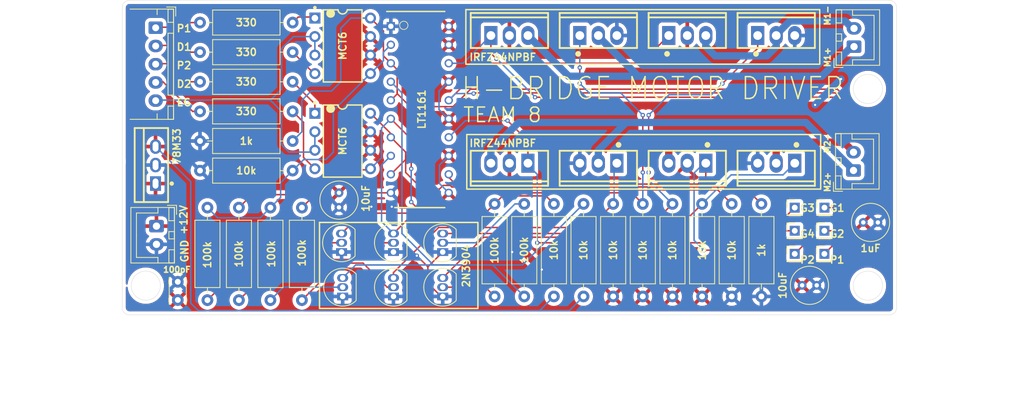
<source format=kicad_pcb>
(kicad_pcb (version 20241229) (generator "pcbnew") (generator_version "9.0")
  (layers (0 "F.Cu" signal) (2 "B.Cu" signal) (13 "F.Paste" user) (15 "B.Paste" user) (5 "F.SilkS" user "F.Silkscreen") (7 "B.SilkS" user "B.Silkscreen") (1 "F.Mask" user) (3 "B.Mask" user) (25 "Edge.Cuts" user))
  (net 0 "")
  (net 1 "+12V")
  (net 2 "+3V3")
  (net 3 "Net-(IC1-TIMER1)")
  (net 4 "Net-(IC1-INPUT_1)")
  (net 5 "Net-(IC1-TIMER_2)")
  (net 6 "Net-(IC1-TIMER_3)")
  (net 7 "Net-(IC1-INPUT_3)")
  (net 8 "Net-(IC1-TIMER_4)")
  (net 9 "Net-(IC1-GATE_3)")
  (net 10 "Net-(IC1-GATE_2)")
  (net 11 "Net-(IC1-GATE_1)")
  (net 12 "PWM_IN1")
  (net 13 "DIRECTION1")
  (net 14 "PWM_IN2")
  (net 15 "DIRECTION2")
  (net 16 "Net-(M1-+)")
  (net 17 "Net-(M1--)")
  (net 18 "Net-(M2-+)")
  (net 19 "Net-(M2--)")
  (net 20 "Net-(Q1-B)")
  (net 21 "Net-(Q3-G)")
  (net 22 "Net-(Q5-G)")
  (net 23 "Net-(Q6-B)")
  (net 24 "Net-(Q7-B)")
  (net 25 "Net-(Q8-B)")
  (net 26 "Net-(Q9-B)")
  (net 27 "Net-(Q14-G)")
  (net 28 "Net-(Q10-B)")
  (net 29 "Net-(Q10-C)")
  (net 30 "Net-(R1-Pad2)")
  (net 31 "Net-(R2-Pad2)")
  (net 32 "Net-(R11-Pad2)")
  (net 33 "Net-(R12-Pad2)")
  (net 34 "GND1")
  (net 35 "GND")
  (net 36 "Net-(IC1-GATE_4)")
  (footprint "easyeda2kicad:TO-220-3_L10.0-W4.5-P2.54-L" (layer "F.Cu") (at 90.678 17.526)
    (property "Reference" "Q4" (hide yes))
    (property "Value" "IRFZ44NPBF" (hide yes))
  )
  (footprint "Resistor_THT:R_Axial_DIN0309_L9.0mm_D3.2mm_P12.70mm_Horizontal" (layer "F.Cu") (at 36.576 32.004 180)
    (property "Reference" "R4" (hide yes))
    (property "Value" "1k")
  )
  (footprint "Package_TO_SOT_THT:TO-92_Inline" (layer "F.Cu") (at 57.15 47.244 90)
    (property "Reference" "Q7" (hide yes))
    (property "Value" "2N3904" (hide yes))
  )
  (footprint "Connector_PinHeader_2.00mm:PinHeader_1x01_P2.00mm_Vertical" (layer "F.Cu") (at 109.474 44.323)
    (property "Reference" "test_gate2" (hide yes))
    (property "Value" "Conn_01x01_Pin" (hide yes))
  )
  (footprint "Connector_PinHeader_2.00mm:PinHeader_1x01_P2.00mm_Vertical" (layer "F.Cu") (at 109.474 47.498)
    (property "Reference" "test_pwm1" (hide yes))
    (property "Value" "Conn_01x01_Pin" (hide yes))
  )
  (footprint "easyeda2kicad:TO-220-3_L10.0-W4.5-P2.54-L" (layer "F.Cu") (at 66.294 17.526)
    (property "Reference" "Q2" (hide yes))
    (property "Value" "IRFZ44NPBF" (hide yes))
  )
  (footprint "easyeda2kicad:DIP-8_L9.7-W6.6-P2.54-LS7.6-BL" (layer "F.Cu") (at 43.434 32.004 -90)
    (property "Reference" "U3" (hide yes))
    (property "Value" "MCT6")
  )
  (footprint "Capacitor_THT:C_Radial_D5.0mm_H5.0mm_P2.00mm" (layer "F.Cu") (at 114.808 43.18)
    (property "Reference" "C2" (hide yes))
    (property "Value" "1uF")
  )
  (footprint "Resistor_THT:R_Axial_DIN0309_L9.0mm_D3.2mm_P12.70mm_Horizontal" (layer "F.Cu") (at 33.528 41.148 -90)
    (property "Reference" "R6" (hide yes))
    (property "Value" "100k")
  )
  (footprint "Package_TO_SOT_THT:TO-92_Inline" (layer "F.Cu") (at 50.398 53.34 90)
    (property "Reference" "Q10" (hide yes))
    (property "Value" "2N3904" (hide yes))
  )
  (footprint "easyeda2kicad:TO-220-3_L10.0-W4.5-P2.54-L" (layer "F.Cu") (at 78.486 35.052 180)
    (property "Reference" "Q12" (hide yes))
    (property "Value" "IRFZ44NPBF" (hide yes))
  )
  (footprint "Connector_JST:JST_XH_B2B-XH-A_1x02_P2.50mm_Vertical" (layer "F.Cu") (at 17.907 43.688 -90)
    (property "Reference" "BT1" (hide yes))
    (property "Value" "Battery")
  )
  (footprint "Capacitor_THT:C_Disc_D3.4mm_W2.1mm_P2.50mm" (layer "F.Cu") (at 20.828 53.828 90)
    (property "Reference" "C6" (hide yes))
    (property "Value" "100pF")
  )
  (footprint "Connector_JST:JST_XH_B2B-XH-A_1x02_P2.50mm_Vertical" (layer "F.Cu") (at 113.466 36.048 90)
    (property "Reference" "M2" (hide yes))
    (property "Value" "Motor_DC")
  )
  (footprint "Resistor_THT:R_Axial_DIN0309_L9.0mm_D3.2mm_P12.70mm_Horizontal" (layer "F.Cu") (at 80.518 53.34 90)
    (property "Reference" "R20" (hide yes))
    (property "Value" "10k")
  )
  (footprint "easyeda2kicad:TO-220-3_L10.0-W4.5-P2.54-L" (layer "F.Cu") (at 90.678 35.052 180)
    (property "Reference" "Q13" (hide yes))
    (property "Value" "IRFZ44NPBF" (hide yes))
  )
  (footprint "Resistor_THT:R_Axial_DIN0309_L9.0mm_D3.2mm_P12.70mm_Horizontal" (layer "F.Cu") (at 84.582 53.34 90)
    (property "Reference" "R10" (hide yes))
    (property "Value" "10k")
  )
  (footprint "Resistor_THT:R_Axial_DIN0309_L9.0mm_D3.2mm_P12.70mm_Horizontal" (layer "F.Cu") (at 64.262 40.64 -90)
    (property "Reference" "R17" (hide yes))
    (property "Value" "100k")
  )
  (footprint "Resistor_THT:R_Axial_DIN0309_L9.0mm_D3.2mm_P12.70mm_Horizontal" (layer "F.Cu") (at 23.876 27.94)
    (property "Reference" "R11" (hide yes))
    (property "Value" "330")
  )
  (footprint "Resistor_THT:R_Axial_DIN0309_L9.0mm_D3.2mm_P12.70mm_Horizontal" (layer "F.Cu") (at 23.876 36.068)
    (property "Reference" "R3" (hide yes))
    (property "Value" "10k")
  )
  (footprint "Resistor_THT:R_Axial_DIN0309_L9.0mm_D3.2mm_P12.70mm_Horizontal" (layer "F.Cu") (at 100.838 40.64 -90)
    (property "Reference" "R14" (hide yes))
    (property "Value" "1k")
  )
  (footprint "Connector_PinHeader_2.00mm:PinHeader_1x01_P2.00mm_Vertical" (layer "F.Cu") (at 109.488 41.148)
    (property "Reference" "test_gate1" (hide yes))
    (property "Value" "Conn_01x01_Pin" (hide yes))
  )
  (footprint "easyeda2kicad:TO-220-3_L10.0-W4.5-P2.54-L" (layer "F.Cu") (at 102.87 17.526)
    (property "Reference" "Q5" (hide yes))
    (property "Value" "IRFZ44NPBF" (hide yes))
  )
  (footprint "easyeda2kicad:TO-220-3_L10.0-W4.5-P2.54-L" (layer "F.Cu") (at 78.486 17.526)
    (property "Reference" "Q3" (hide yes))
    (property "Value" "IRFZ44NPBF" (hide yes))
  )
  (footprint "Capacitor_THT:C_Radial_D5.0mm_H5.0mm_P2.00mm" (layer "F.Cu") (at 42.926 39.116 -90)
    (property "Reference" "C1" (hide yes))
    (property "Value" "10uF")
  )
  (footprint "Resistor_THT:R_Axial_DIN0309_L9.0mm_D3.2mm_P12.70mm_Horizontal" (layer "F.Cu") (at 68.326 53.34 90)
    (property "Reference" "R8" (hide yes))
    (property "Value" "100k")
  )
  (footprint "Resistor_THT:R_Axial_DIN0309_L9.0mm_D3.2mm_P12.70mm_Horizontal" (layer "F.Cu") (at 23.876 15.748)
    (property "Reference" "R2" (hide yes))
    (property "Value" "330")
  )
  (footprint "Resistor_THT:R_Axial_DIN0309_L9.0mm_D3.2mm_P12.70mm_Horizontal" (layer "F.Cu") (at 29.21 41.148 -90)
    (property "Reference" "R15" (hide yes))
    (property "Value" "100k")
  )
  (footprint "Connector_PinHeader_2.00mm:PinHeader_1x01_P2.00mm_Vertical" (layer "F.Cu") (at 105.41 41.148)
    (property "Reference" "test_gate3" (hide yes))
    (property "Value" "Conn_01x01_Pin" (hide yes))
  )
  (footprint "Capacitor_THT:C_Radial_D5.0mm_H5.0mm_P2.00mm" (layer "F.Cu") (at 106.426 51.816)
    (property "Reference" "C3" (hide yes))
    (property "Value" "10uF")
  )
  (footprint "easyeda2kicad:TO-220-3_L10.0-W4.5-P2.54-L" (layer "F.Cu") (at 66.294 35.052 180)
    (property "Reference" "Q11" (hide yes))
    (property "Value" "IRFZ44NPBF" (hide yes))
  )
  (footprint "Resistor_THT:R_Axial_DIN0309_L9.0mm_D3.2mm_P12.70mm_Horizontal" (layer "F.Cu") (at 23.876 23.876)
    (property "Reference" "R12" (hide yes))
    (property "Value" "330")
  )
  (footprint "Package_TO_SOT_THT:TO-92_Inline" (layer "F.Cu") (at 57.15 53.34 90)
    (property "Reference" "Q9" (hide yes))
    (property "Value" "2N3904" (hide yes))
  )
  (footprint "Connector_PinHeader_2.00mm:PinHeader_1x01_P2.00mm_Vertical" (layer "F.Cu") (at 105.41 44.323)
    (property "Reference" "test_gate4" (hide yes))
    (property "Value" "Conn_01x01_Pin" (hide yes))
  )
  (footprint "Resistor_THT:R_Axial_DIN0309_L9.0mm_D3.2mm_P12.70mm_Horizontal" (layer "F.Cu") (at 72.39 53.34 90)
    (property "Reference" "R16" (hide yes))
    (property "Value" "10k")
  )
  (footprint "easyeda2kicad:TO-220-3_L10.0-W4.5-P2.54-L" (layer "F.Cu") (at 102.87 35.052 180)
    (property "Reference" "Q14" (hide yes))
    (property "Value" "IRFZ44NPBF" (hide yes))
  )
  (footprint "Connector_JST:JST_XH_B5B-XH-A_1x05_P2.50mm_Vertical" (layer "F.Cu") (at 17.797 16.463 -90)
    (property "Reference" "J2" (hide yes))
    (property "Value" "Conn_01x05_Socket")
  )
  (footprint "easyeda2kicad:TO-220-3_L10.2-W4.6-P2.54-L" (layer "F.Cu") (at 17.78 35.306 90)
    (property "Reference" "U2" (hide yes))
    (property "Value" "78M33")
  )
  (footprint "Resistor_THT:R_Axial_DIN0309_L9.0mm_D3.2mm_P12.70mm_Horizontal" (layer "F.Cu") (at 37.846 41.148 -90)
    (property "Reference" "R18" (hide yes))
    (property "Value" "100k")
  )
  (footprint "Resistor_THT:R_Axial_DIN0309_L9.0mm_D3.2mm_P12.70mm_Horizontal" (layer "F.Cu") (at 23.876 19.812)
    (property "Reference" "R1" (hide yes))
    (property "Value" "330")
  )
  (footprint "Connector_JST:JST_XH_B2B-XH-A_1x02_P2.50mm_Vertical" (layer "F.Cu") (at 113.538 19.05 90)
    (property "Reference" "M1" (hide yes))
    (property "Value" "Motor_DC")
  )
  (footprint "Resistor_THT:R_Axial_DIN0309_L9.0mm_D3.2mm_P12.70mm_Horizontal" (layer "F.Cu") (at 92.71 53.34 90)
    (property "Reference" "R19" (hide yes))
    (property "Value" "10k")
  )
  (footprint "Package_TO_SOT_THT:TO-92_Inline" (layer "F.Cu") (at 43.286 47.244 90)
    (property "Reference" "Q6" (hide yes))
    (property "Value" "2N3904" (hide yes))
  )
  (footprint "Package_TO_SOT_THT:TO-92_Inline" (layer "F.Cu") (at 50.398 47.244 90)
    (property "Reference" "Q8" (hide yes))
    (property "Value" "2N3904" (hide yes))
  )
  (footprint "Resistor_THT:R_Axial_DIN0309_L9.0mm_D3.2mm_P12.70mm_Horizontal" (layer "F.Cu") (at 76.454 53.34 90)
    (property "Reference" "R5" (hide yes))
    (property "Value" "10k")
  )
  (footprint "Resistor_THT:R_Axial_DIN0309_L9.0mm_D3.2mm_P12.70mm_Horizontal" (layer "F.Cu") (at 88.646 53.34 90)
    (property "Reference" "R9" (hide yes))
    (property "Value" "10k")
  )
  (footprint "Package_TO_SOT_THT:TO-92_Inline" (layer "F.Cu") (at 43.434 53.34 90)
    (property "Reference" "Q1" (hide yes))
    (property "Value" "2N3904" (hide yes))
  )
  (footprint "Resistor_THT:R_Axial_DIN0309_L9.0mm_D3.2mm_P12.70mm_Horizontal" (layer "F.Cu") (at 24.892 41.148 -90)
    (property "Reference" "R7" (hide yes))
    (property "Value" "100k")
  )
  (footprint "easyeda2kicad:DIP-8_L9.7-W6.6-P2.54-LS7.6-BL" (layer "F.Cu") (at 43.434 18.942 -90)
    (property "Reference" "U1" (hide yes))
    (property "Value" "MCT6")
  )
  (footprint "SamacSys_Parts:DIP794W53P254L2692H419Q20N" (layer "F.Cu") (at 54.007 27.686)
    (property "Reference" "IC1" (hide yes))
    (property "Value" "LT1161IN#PBF" (hide yes))
  )
  (footprint "Connector_PinHeader_2.00mm:PinHeader_1x01_P2.00mm_Vertical" (layer "F.Cu") (at 105.41 47.498)
    (property "Reference" "test_pwm2" (hide yes))
    (property "Value" "Conn_01x01_Pin" (hide yes))
  )
  (footprint "Resistor_THT:R_Axial_DIN0309_L9.0mm_D3.2mm_P12.70mm_Horizontal" (layer "F.Cu") (at 96.774 53.34 90)
    (property "Reference" "R13" (hide yes))
    (property "Value" "10k")
  )
  (gr_rect (start 60.325 13.97) (end 108.839 21.463) (stroke (width 0.2)) (fill no) (layer "F.SilkS"))
  (gr_rect (start 40.259 43.18) (end 61.976 54.991) (stroke (width 0.2)) (fill no) (layer "F.SilkS"))
  (gr_circle (center 51.816 16.129) (end 52.324 15.875) (stroke (width 0.1)) (fill no) (layer "F.SilkS"))
  (gr_rect (start 60.452 31.115) (end 108.966 38.608) (stroke (width 0.2)) (fill no) (layer "F.SilkS"))
  (gr_arc (start 13.208 13.7) (mid 13.500893 12.992893) (end 14.208 12.7) (stroke (width 0.05)) (layer "Edge.Cuts"))
  (gr_line (start 14.208 12.7) (end 118.38 12.7) (stroke (width 0.05)) (layer "Edge.Cuts"))
  (gr_arc (start 119.38 54.88) (mid 119.087107 55.587107) (end 118.38 55.88) (stroke (width 0.05)) (layer "Edge.Cuts"))
  (gr_circle (center 115.443 51.86) (end 117.443 51.86) (stroke (width 0.05)) (fill no) (layer "Edge.Cuts"))
  (gr_line (start 118.38 55.88) (end 14.208 55.88) (stroke (width 0.05)) (layer "Edge.Cuts"))
  (gr_arc (start 14.208 55.88) (mid 13.500893 55.587107) (end 13.208 54.88) (stroke (width 0.05)) (layer "Edge.Cuts"))
  (gr_line (start 119.38 13.7) (end 119.38 54.88) (stroke (width 0.05)) (layer "Edge.Cuts"))
  (gr_circle (center 16.443 51.86) (end 18.443 51.86) (stroke (width 0.05)) (fill no) (layer "Edge.Cuts"))
  (gr_arc (start 118.38 12.7) (mid 119.087107 12.992893) (end 119.38 13.7) (stroke (width 0.05)) (layer "Edge.Cuts"))
  (gr_line (start 13.208 54.88) (end 13.208 13.7) (stroke (width 0.05)) (layer "Edge.Cuts"))
  (gr_circle (center 115.443 24.86) (end 117.443 24.86) (stroke (width 0.05)) (fill no) (layer "Edge.Cuts"))
  (gr_text "M1+" (at 110.363 21.971 90) (layer "F.SilkS") (effects (font (size 0.8 0.8) (thickness 0.2) (bold yes)) (justify left bottom)))
  (gr_text "G1" (at 110.123 41.783 0) (layer "F.SilkS") (effects (font (size 1 1) (thickness 0.2) (bold yes)) (justify left bottom)))
  (gr_text "M2+" (at 110.363 39.116 90) (layer "F.SilkS") (effects (font (size 0.8 0.8) (thickness 0.2) (bold yes)) (justify left bottom)))
  (gr_text "D2\n" (at 20.574 24.765 0) (layer "F.SilkS") (effects (font (size 1 1) (thickness 0.2) (bold yes)) (justify left bottom)))
  (gr_text "G3" (at 106.045 41.783 0) (layer "F.SilkS") (effects (font (size 1 1) (thickness 0.2) (bold yes)) (justify left bottom)))
  (gr_text "P1\n" (at 20.574 17.145 0) (layer "F.SilkS") (effects (font (size 1 1) (thickness 0.2) (bold yes)) (justify left bottom)))
  (gr_text "D1\n" (at 20.574 19.685 0) (layer "F.SilkS") (effects (font (size 1 1) (thickness 0.2) (bold yes)) (justify left bottom)))
  (gr_text "IRFZ44NPBF\n" (at 60.706 21.082 0) (layer "F.SilkS") (effects (font (size 1 1) (thickness 0.2) (bold yes)) (justify left bottom)))
  (gr_text "P1" (at 110.109 48.895 0) (layer "F.SilkS") (effects (font (size 1 1) (thickness 0.2) (bold yes)) (justify left bottom)))
  (gr_text "TEAM 8" (at 59.817 29.591 0) (layer "F.SilkS") (effects (font (size 2 2) (thickness 0.2) (bold yes)) (justify left bottom)))
  (gr_text "G4" (at 106.045 45.339 0) (layer "F.SilkS") (effects (font (size 1 1) (thickness 0.2) (bold yes)) (justify left bottom)))
  (gr_text "EG" (at 20.574 27.305 0) (layer "F.SilkS") (effects (font (size 1 1) (thickness 0.2) (bold yes)) (justify left bottom)))
  (gr_text "2N3904" (at 60.96 52.197 90) (layer "F.SilkS") (effects (font (size 1 1) (thickness 0.2) (bold yes)) (justify left bottom)))
  (gr_text "P2\n" (at 20.574 22.225 0) (layer "F.SilkS") (effects (font (size 1 1) (thickness 0.2) (bold yes)) (justify left bottom)))
  (gr_text "GND\n" (at 22.352 48.768 90) (layer "F.SilkS") (effects (font (size 1 1) (thickness 0.2) (bold yes)) (justify left bottom)))
  (gr_text "+12V\n" (at 22.225 44.958 90) (layer "F.SilkS") (effects (font (size 1 1) (thickness 0.2) (bold yes)) (justify left bottom)))
  (gr_text "G2" (at 110.109 45.339 0) (layer "F.SilkS") (effects (font (size 1 1) (thickness 0.2) (bold yes)) (justify left bottom)))
  (gr_text "M1-" (at 110.363 16.256 90) (layer "F.SilkS") (effects (font (size 0.8 0.8) (thickness 0.2) (bold yes)) (justify left bottom)))
  (gr_text "IRFZ44NPBF\n" (at 60.706 32.893 0) (layer "F.SilkS") (effects (font (size 1 1) (thickness 0.2) (bold yes)) (justify left bottom)))
  (gr_text "P2" (at 106.045 48.895 0) (layer "F.SilkS") (effects (font (size 1 1) (thickness 0.2) (bold yes)) (justify left bottom)))
  (gr_text "LT1161" (at 54.864 30.48 90) (layer "F.SilkS") (effects (font (size 1 1) (thickness 0.2) (bold yes)) (justify left bottom)))
  (gr_text "M2-" (at 110.363 33.782 90) (layer "F.SilkS") (effects (font (size 0.8 0.8) (thickness 0.2) (bold yes)) (justify left bottom)))
  (gr_text "H-BRIDGE MOTOR DRIVER" (at 59.563 26.543 0) (layer "F.SilkS") (effects (font (size 3 2.7) (thickness 0.2) (bold yes)) (justify left bottom)))
  (segment (start 20.828 53.828) (end 22.28 55.28) (width 0.2) (layer "F.Cu") (net 1))
  (segment (start 22.28 55.28) (end 78.578 55.28) (width 0.2) (layer "F.Cu") (net 1))
  (segment (start 78.578 55.28) (end 80.518 53.34) (width 0.2) (layer "F.Cu") (net 1))
  (segment (start 90.424 35.56) (end 91.948 37.084) (width 0.4) (layer "F.Cu") (net 1))
  (segment (start 90.424 35.052) (end 90.424 35.56) (width 0.4) (layer "F.Cu") (net 1))
  (via (at 111.76 23.495) (size 0.6) (drill 0.3) (layers "F.Cu" "B.Cu") (net 1))
  (via (at 108.204 27.051) (size 0.6) (drill 0.3) (layers "F.Cu" "B.Cu") (net 1))
  (segment (start 56.7095 37.8495) (end 57.976 39.116) (width 0.2) (layer "B.Cu") (net 1))
  (segment (start 57.9085 28.956) (end 56.642 27.6895) (width 0.2) (layer "B.Cu") (net 1))
  (segment (start 56.642 27.6895) (end 56.642 25.1425) (width 0.2) (layer "B.Cu") (net 1))
  (segment (start 56.7095 35.3025) (end 56.7095 37.8495) (width 0.2) (layer "B.Cu") (net 1))
  (segment (start 57.976 34.036) (end 56.7095 35.3025) (width 0.2) (layer "B.Cu") (net 1))
  (segment (start 108.204 27.051) (end 111.76 23.495) (width 1) (layer "B.Cu") (net 1))
  (segment (start 56.642 25.1425) (end 57.9085 23.876) (width 0.2) (layer "B.Cu") (net 1))
  (segment (start 17.78 32.766) (end 22.606 37.592) (width 0.2) (layer "B.Cu") (net 2))
  (segment (start 74.514 55.28) (end 70.45 55.28) (width 0.2) (layer "B.Cu") (net 2))
  (segment (start 76.454 53.34) (end 74.514 55.28) (width 0.2) (layer "B.Cu") (net 2))
  (segment (start 22.606 54.264) (end 23.622 55.28) (width 0.2) (layer "B.Cu") (net 2))
  (segment (start 70.45 55.28) (end 23.622 55.28) (width 0.2) (layer "B.Cu") (net 2))
  (segment (start 72.39 53.34) (end 70.45 55.28) (width 0.2) (layer "B.Cu") (net 2))
  (segment (start 22.606 37.592) (end 22.606 54.264) (width 0.2) (layer "B.Cu") (net 2))
  (segment (start 24.892 41.148) (end 26.289 42.545) (width 0.2) (layer "B.Cu") (net 3))
  (segment (start 50.038 18.796) (end 49.022 19.812) (width 0.2) (layer "B.Cu") (net 3))
  (segment (start 42.164 27.832) (end 47.244 22.752) (width 0.2) (layer "B.Cu") (net 3))
  (segment (start 26.289 42.545) (end 32.131 42.545) (width 0.2) (layer "B.Cu") (net 3))
  (segment (start 41.148 34.544) (end 42.164 33.528) (width 0.2) (layer "B.Cu") (net 3))
  (segment (start 42.164 33.528) (end 42.164 27.832) (width 0.2) (layer "B.Cu") (net 3))
  (segment (start 34.925 39.751) (end 34.925 37.719) (width 0.2) (layer "B.Cu") (net 3))
  (segment (start 32.131 42.545) (end 33.528 41.148) (width 0.2) (layer "B.Cu") (net 3))
  (segment (start 38.1 34.544) (end 41.148 34.544) (width 0.2) (layer "B.Cu") (net 3))
  (segment (start 36.576 36.068) (end 38.1 34.544) (width 0.2) (layer "B.Cu") (net 3))
  (segment (start 34.925 37.719) (end 36.576 36.068) (width 0.2) (layer "B.Cu") (net 3))
  (segment (start 49.022 19.812) (end 49.022 20.974) (width 0.2) (layer "B.Cu") (net 3))
  (segment (start 49.022 20.974) (end 47.244 22.752) (width 0.2) (layer "B.Cu") (net 3))
  (segment (start 33.528 41.148) (end 34.925 39.751) (width 0.2) (layer "B.Cu") (net 3))
  (segment (start 47.244 15.132) (end 49.022 16.91) (width 0.2) (layer "F.Cu") (net 4))
  (segment (start 50.9045 25.146) (end 50.9045 25.5495) (width 0.2) (layer "F.Cu") (net 4))
  (segment (start 52.6825 27.2825) (end 50.9045 25.5045) (width 0.2) (layer "F.Cu") (net 4))
  (segment (start 116.078 29.718) (end 111.252 24.892) (width 0.2) (layer "F.Cu") (net 4))
  (segment (start 110.744 45.466) (end 116.078 40.132) (width 0.2) (layer "F.Cu") (net 4))
  (segment (start 58.5695 27.2825) (end 52.6825 27.2825) (width 0.2) (layer "F.Cu") (net 4))
  (segment (start 109.474 47.498) (end 110.744 46.228) (width 0.2) (layer "F.Cu") (net 4))
  (segment (start 116.078 40.132) (end 116.078 29.718) (width 0.2) (layer "F.Cu") (net 4))
  (segment (start 60.96 24.892) (end 58.5695 27.2825) (width 0.2) (layer "F.Cu") (net 4))
  (segment (start 110.744 46.228) (end 110.744 45.466) (width 0.2) (layer "F.Cu") (net 4))
  (segment (start 50.9045 22.2025) (end 50.9045 25.146) (width 0.2) (layer "F.Cu") (net 4))
  (segment (start 111.252 24.892) (end 60.96 24.892) (width 0.2) (layer "F.Cu") (net 4))
  (segment (start 50.038 21.336) (end 50.9045 22.2025) (width 0.2) (layer "F.Cu") (net 4))
  (segment (start 49.022 16.91) (end 49.022 20.32) (width 0.2) (layer "F.Cu") (net 4))
  (segment (start 50.9045 25.5495) (end 50.038 26.416) (width 0.2) (layer "F.Cu") (net 4))
  (segment (start 49.022 20.32) (end 50.038 21.336) (width 0.2) (layer "F.Cu") (net 4))
  (segment (start 50.9045 25.5045) (end 50.9045 25.146) (width 0.2) (layer "F.Cu") (net 4))
  (segment (start 37.846 26.416) (end 39.116 25.146) (width 0.2) (layer "B.Cu") (net 4))
  (segment (start 36.576 32.004) (end 37.846 30.734) (width 0.2) (layer "B.Cu") (net 4))
  (segment (start 41.91 25.146) (end 43.18 23.876) (width 0.2) (layer "B.Cu") (net 4))
  (segment (start 43.18 23.876) (end 43.18 16.51) (width 0.2) (layer "B.Cu") (net 4))
  (segment (start 37.846 30.734) (end 37.846 26.416) (width 0.2) (layer "B.Cu") (net 4))
  (segment (start 44.558 15.132) (end 47.244 15.132) (width 0.2) (layer "B.Cu") (net 4))
  (segment (start 43.18 16.51) (end 44.558 15.132) (width 0.2) (layer "B.Cu") (net 4))
  (segment (start 39.116 25.146) (end 41.91 25.146) (width 0.2) (layer "B.Cu") (net 4))
  (segment (start 50.038 23.876) (end 51.562 25.4) (width 0.2) (layer "B.Cu") (net 5))
  (segment (start 64.008 49.022) (end 68.326 53.34) (width 0.2) (layer "B.Cu") (net 5))
  (segment (start 51.562 25.4) (end 51.562 44.704) (width 0.2) (layer "B.Cu") (net 5))
  (segment (start 43.434 50.8) (end 45.212 49.022) (width 0.2) (layer "B.Cu") (net 5))
  (segment (start 63.5 49.022) (end 64.008 49.022) (width 0.2) (layer "B.Cu") (net 5))
  (segment (start 45.212 49.022) (end 57.912 49.022) (width 0.2) (layer "B.Cu") (net 5))
  (segment (start 68.072 49.022) (end 63.5 49.022) (width 0.2) (layer "B.Cu") (net 5))
  (segment (start 57.912 49.022) (end 63.5 49.022) (width 0.2) (layer "B.Cu") (net 5))
  (segment (start 55.88 49.022) (end 57.912 49.022) (width 0.2) (layer "B.Cu") (net 5))
  (segment (start 76.454 40.64) (end 68.072 49.022) (width 0.2) (layer "B.Cu") (net 5))
  (segment (start 51.562 44.704) (end 55.88 49.022) (width 0.2) (layer "B.Cu") (net 5))
  (segment (start 47.098 35.96) (end 47.244 35.814) (width 0.2) (layer "F.Cu") (net 6))
  (segment (start 43.034 35.96) (end 47.098 35.96) (width 0.2) (layer "F.Cu") (net 6))
  (segment (start 29.21 41.148) (end 30.988 39.37) (width 0.2) (layer "F.Cu") (net 6))
  (segment (start 94.85 38.716) (end 96.774 40.64) (width 0.2) (layer "F.Cu") (net 6))
  (segment (start 52.832 40.386) (end 53.594 41.148) (width 0.2) (layer "F.Cu") (net 6))
  (segment (start 59.182 41.148) (end 61.614 38.716) (width 0.2) (layer "F.Cu") (net 6))
  (segment (start 61.614 38.716) (end 94.85 38.716) (width 0.2) (layer "F.Cu") (net 6))
  (segment (start 37.846 41.148) (end 39.624 39.37) (width 0.2) (layer "F.Cu") (net 6))
  (segment (start 53.594 41.148) (end 59.182 41.148) (width 0.2) (layer "F.Cu") (net 6))
  (segment (start 39.624 39.37) (end 43.034 35.96) (width 0.2) (layer "F.Cu") (net 6))
  (segment (start 30.988 39.37) (end 39.624 39.37) (width 0.2) (layer "F.Cu") (net 6))
  (segment (start 50.038 28.956) (end 52.832 31.75) (width 0.2) (layer "F.Cu") (net 6))
  (segment (start 52.832 31.75) (end 52.832 35.814) (width 0.2) (layer "F.Cu") (net 6))
  (via (at 52.832 40.386) (size 0.6) (drill 0.3) (layers "F.Cu" "B.Cu") (net 6))
  (via (at 52.832 35.814) (size 0.6) (drill 0.3) (layers "F.Cu" "B.Cu") (net 6))
  (segment (start 50.038 28.956) (end 48.768 30.226) (width 0.2) (layer "B.Cu") (net 6))
  (segment (start 52.832 35.814) (end 52.832 40.386) (width 0.2) (layer "B.Cu") (net 6))
  (segment (start 48.768 30.226) (end 48.768 34.29) (width 0.2) (layer "B.Cu") (net 6))
  (segment (start 48.768 34.29) (end 47.098 35.96) (width 0.2) (layer "B.Cu") (net 6))
  (segment (start 50.038 31.496) (end 52.07 33.528) (width 0.2) (layer "F.Cu") (net 7))
  (segment (start 58.185417 38.1) (end 57.204292 38.1) (width 0.2) (layer "F.Cu") (net 7))
  (segment (start 54.356 38.608) (end 52.07 36.322) (width 0.2) (layer "F.Cu") (net 7))
  (segment (start 107.696 39.878) (end 107.696 45.212) (width 0.2) (layer "F.Cu") (net 7))
  (segment (start 98.552 38.354) (end 98.552 38.316) (width 0.2) (layer "F.Cu") (net 7))
  (segment (start 50.038 30.988) (end 50.038 31.496) (width 0.2) (layer "F.Cu") (net 7))
  (segment (start 98.552 38.316) (end 58.401417 38.316) (width 0.2) (layer "F.Cu") (net 7))
  (segment (start 47.244 28.194) (end 50.038 30.988) (width 0.2) (layer "F.Cu") (net 7))
  (segment (start 52.07 36.322) (end 52.07 34.036) (width 0.2) (layer "F.Cu") (net 7))
  (segment (start 100.838 40.64) (end 101.092 40.64) (width 0.2) (layer "F.Cu") (net 7))
  (segment (start 56.696292 38.608) (end 54.356 38.608) (width 0.2) (layer "F.Cu") (net 7))
  (segment (start 52.07 33.528) (end 52.07 34.036) (width 0.2) (layer "F.Cu") (net 7))
  (segment (start 57.204292 38.1) (end 56.696292 38.608) (width 0.2) (layer "F.Cu") (net 7))
  (segment (start 52.07 34.544) (end 52.07 34.036) (width 0.2) (layer "F.Cu") (net 7))
  (segment (start 58.401417 38.316) (end 58.185417 38.1) (width 0.2) (layer "F.Cu") (net 7))
  (segment (start 106.134 38.316) (end 98.552 38.316) (width 0.2) (layer "F.Cu") (net 7))
  (segment (start 107.696 39.878) (end 106.134 38.316) (width 0.2) (layer "F.Cu") (net 7))
  (segment (start 100.838 40.64) (end 98.552 38.354) (width 0.2) (layer "F.Cu") (net 7))
  (segment (start 107.696 45.212) (end 105.41 47.498) (width 0.2) (layer "F.Cu") (net 7))
  (segment (start 50.038 36.576) (end 52.07 34.544) (width 0.2) (layer "F.Cu") (net 7))
  (segment (start 71.29 39.54) (end 72.39 40.64) (width 0.2) (layer "F.Cu") (net 8))
  (segment (start 52.792 42.31) (end 62.592 42.31) (width 0.2) (layer "F.Cu") (net 8))
  (segment (start 50.398 44.704) (end 52.792 42.31) (width 0.2) (layer "F.Cu") (net 8))
  (segment (start 65.362 39.54) (end 71.29 39.54) (width 0.2) (layer "F.Cu") (net 8))
  (segment (start 64.262 40.64) (end 65.362 39.54) (width 0.2) (layer "F.Cu") (net 8))
  (segment (start 62.592 42.31) (end 64.262 40.64) (width 0.2) (layer "F.Cu") (net 8))
  (segment (start 50.038 34.036) (end 48.768 35.306) (width 0.2) (layer "B.Cu") (net 8))
  (segment (start 48.768 35.306) (end 48.768 43.074) (width 0.2) (layer "B.Cu") (net 8))
  (segment (start 48.768 43.074) (end 50.398 44.704) (width 0.2) (layer "B.Cu") (net 8))
  (segment (start 68.834 34.798) (end 68.834 32.004) (width 0.2) (layer "F.Cu") (net 9))
  (segment (start 70.104 45.974) (end 100.584 45.974) (width 0.2) (layer "F.Cu") (net 9))
  (segment (start 100.584 45.974) (end 105.41 41.148) (width 0.2) (layer "F.Cu") (net 9))
  (segment (start 68.834 32.004) (end 66.04 29.21) (width 0.2) (layer "F.Cu") (net 9))
  (via (at 66.04 29.21) (size 0.6) (drill 0.3) (layers "F.Cu" "B.Cu") (net 9))
  (via (at 70.104 45.974) (size 0.6) (drill 0.3) (layers "F.Cu" "B.Cu") (net 9))
  (segment (start 60.262 29.21) (end 57.976 31.496) (width 0.2) (layer "B.Cu") (net 9))
  (segment (start 70.104 45.974) (end 70.104 36.576) (width 0.2) (layer "B.Cu") (net 9))
  (segment (start 66.04 29.21) (end 60.262 29.21) (width 0.2) (layer "B.Cu") (net 9))
  (segment (start 70.104 36.576) (end 68.58 35.052) (width 0.2) (layer "B.Cu") (net 9))
  (segment (start 61.384265 25.492) (end 61.476265 25.4) (width 0.2) (layer "F.Cu") (net 10))
  (segment (start 115.57 39.878) (end 111.125 44.323) (width 0.2) (layer "F.Cu") (net 10))
  (segment (start 57.976 26.416) (end 63.056 21.336) (width 0.2) (layer "F.Cu") (net 10))
  (segment (start 111.125 44.323) (end 109.474 44.323) (width 0.2) (layer "F.Cu") (net 10))
  (segment (start 61.476265 25.4) (end 110.998 25.4) (width 0.2) (layer "F.Cu") (net 10))
  (segment (start 84.582 21.082) (end 88.138 17.526) (width 0.2) (layer "F.Cu") (net 10))
  (segment (start 110.998 25.4) (end 115.57 29.972) (width 0.2) (layer "F.Cu") (net 10))
  (segment (start 63.056 21.336) (end 84.328 21.336) (width 0.2) (layer "F.Cu") (net 10))
  (segment (start 115.57 29.972) (end 115.57 39.878) (width 0.2) (layer "F.Cu") (net 10))
  (segment (start 84.328 21.336) (end 84.582 21.082) (width 0.2) (layer "F.Cu") (net 10))
  (via (at 61.384265 25.492) (size 0.6) (drill 0.3) (layers "F.Cu" "B.Cu") (net 10))
  (segment (start 58.9 25.492) (end 57.976 26.416) (width 0.2) (layer "B.Cu") (net 10))
  (segment (start 61.384265 25.492) (end 58.9 25.492) (width 0.2) (layer "B.Cu") (net 10))
  (segment (start 69.804 26) (end 110.836 26) (width 0.2) (layer "F.Cu") (net 11))
  (segment (start 115.17 30.334) (end 115.17 39.516) (width 0.2) (layer "F.Cu") (net 11))
  (segment (start 63.754 19.974) (end 64.516 20.736) (width 0.2) (layer "F.Cu") (net 11))
  (segment (start 63.754 17.526) (end 63.754 19.974) (width 0.2) (layer "F.Cu") (net 11))
  (segment (start 110.836 26) (end 115.17 30.334) (width 0.2) (layer "F.Cu") (net 11))
  (segment (start 115.17 39.516) (end 113.538 41.148) (width 0.2) (layer "F.Cu") (net 11))
  (segment (start 113.538 41.148) (end 109.488 41.148) (width 0.2) (layer "F.Cu") (net 11))
  (via (at 64.516 20.736) (size 0.6) (drill 0.3) (layers "F.Cu" "B.Cu") (net 11))
  (via (at 69.804 26) (size 0.6) (drill 0.3) (layers "F.Cu" "B.Cu") (net 11))
  (segment (start 59.944 21.336) (end 63.754 17.526) (width 0.2) (layer "B.Cu") (net 11))
  (segment (start 69.804 26) (end 69.804 25.954) (width 0.2) (layer "B.Cu") (net 11))
  (segment (start 57.976 21.336) (end 59.944 21.336) (width 0.2) (layer "B.Cu") (net 11))
  (segment (start 64.586 20.736) (end 64.516 20.736) (width 0.2) (layer "B.Cu") (net 11))
  (segment (start 69.804 25.954) (end 64.586 20.736) (width 0.2) (layer "B.Cu") (net 11))
  (segment (start 17.509 16.386) (end 20.19 16.386) (width 0.2) (layer "F.Cu") (net 12))
  (segment (start 20.19 16.386) (end 20.828 15.748) (width 0.2) (layer "F.Cu") (net 12))
  (segment (start 20.828 15.748) (end 23.876 15.748) (width 0.2) (layer "F.Cu") (net 12))
  (segment (start 17.509 18.886) (end 20.156 18.886) (width 0.2) (layer "F.Cu") (net 13))
  (segment (start 20.156 18.886) (end 21.082 19.812) (width 0.2) (layer "F.Cu") (net 13))
  (segment (start 21.082 19.812) (end 23.876 19.812) (width 0.2) (layer "F.Cu") (net 13))
  (segment (start 21.844 23.876) (end 23.876 23.876) (width 0.2) (layer "F.Cu") (net 14))
  (segment (start 19.354 21.386) (end 21.844 23.876) (width 0.2) (layer "F.Cu") (net 14))
  (segment (start 17.509 21.386) (end 19.354 21.386) (width 0.2) (layer "F.Cu") (net 14))
  (segment (start 18.806 23.886) (end 22.86 27.94) (width 0.2) (layer "F.Cu") (net 15))
  (segment (start 17.509 23.886) (end 18.806 23.886) (width 0.2) (layer "F.Cu") (net 15))
  (segment (start 22.86 27.94) (end 23.876 27.94) (width 0.2) (layer "F.Cu") (net 15))
  (segment (start 83.951258 23.114) (end 86.868 23.114) (width 1) (layer "B.Cu") (net 16))
  (segment (start 109.128 23.114) (end 113.212 19.03) (width 1) (layer "B.Cu") (net 16))
  (segment (start 78.486 17.526) (end 78.486 17.648742) (width 1) (layer "B.Cu") (net 16))
  (segment (start 78.486 17.648742) (end 83.951258 23.114) (width 1) (layer "B.Cu") (net 16))
  (segment (start 74.422 23.114) (end 86.868 23.114) (width 1) (layer "B.Cu") (net 16))
  (segment (start 86.868 23.114) (end 109.128 23.114) (width 1) (layer "B.Cu") (net 16))
  (segment (start 68.834 17.526) (end 74.422 23.114) (width 1) (layer "B.Cu") (net 16))
  (segment (start 101.6 20.32) (end 102.87 19.05) (width 1) (layer "B.Cu") (net 17))
  (segment (start 113.212 16.438) (end 113.212 16.53) (width 1) (layer "B.Cu") (net 17))
  (segment (start 102.87 17.526) (end 102.87 17.403258) (width 1) (layer "B.Cu") (net 17))
  (segment (start 93.218 19.05) (end 94.488 20.32) (width 1) (layer "B.Cu") (net 17))
  (segment (start 93.218 17.526) (end 93.218 19.05) (width 1) (layer "B.Cu") (net 17))
  (segment (start 94.488 20.32) (end 101.6 20.32) (width 1) (layer "B.Cu") (net 17))
  (segment (start 104.747258 15.526) (end 112.3 15.526) (width 1) (layer "B.Cu") (net 17))
  (segment (start 102.87 19.05) (end 102.87 17.526) (width 1) (layer "B.Cu") (net 17))
  (segment (start 112.3 15.526) (end 113.212 16.438) (width 1) (layer "B.Cu") (net 17))
  (segment (start 102.87 17.403258) (end 104.747258 15.526) (width 1) (layer "B.Cu") (net 17))
  (segment (start 78.486 33.274) (end 82.296 29.464) (width 1) (layer "B.Cu") (net 18))
  (segment (start 63.754 35.052) (end 63.754 33.274) (width 1) (layer "B.Cu") (net 18))
  (segment (start 67.564 29.464) (end 82.296 29.464) (width 1) (layer "B.Cu") (net 18))
  (segment (start 78.486 35.052) (end 78.486 33.274) (width 1) (layer "B.Cu") (net 18))
  (segment (start 106.934 29.464) (end 113.03 35.56) (width 1) (layer "B.Cu") (net 18))
  (segment (start 63.754 33.274) (end 67.564 29.464) (width 1) (layer "B.Cu") (net 18))
  (segment (start 82.296 29.464) (end 106.934 29.464) (width 1) (layer "B.Cu") (net 18))
  (segment (start 104.008 32.16) (end 104.14 32.16) (width 1) (layer "F.Cu") (net 19))
  (segment (start 104.14 32.16) (end 112.13 32.16) (width 1) (layer "F.Cu") (net 19))
  (segment (start 88.138 35.052) (end 88.138 33.298) (width 1) (layer "F.Cu") (net 19))
  (segment (start 102.87 33.298) (end 104.008 32.16) (width 1) (layer "F.Cu") (net 19))
  (segment (start 112.13 32.16) (end 113.212 33.242) (width 1) (layer "F.Cu") (net 19))
  (segment (start 88.138 33.298) (end 89.276 32.16) (width 1) (layer "F.Cu") (net 19))
  (segment (start 113.212 33.242) (end 113.212 33.548) (width 1) (layer "F.Cu") (net 19))
  (segment (start 102.87 35.052) (end 102.87 33.298) (width 1) (layer "F.Cu") (net 19))
  (segment (start 89.276 32.16) (end 104.14 32.16) (width 1) (layer "F.Cu") (net 19))
  (segment (start 35.306 52.07) (end 43.434 52.07) (width 0.2) (layer "B.Cu") (net 20))
  (segment (start 33.528 53.848) (end 35.306 52.07) (width 0.2) (layer "B.Cu") (net 20))
  (segment (start 43.286 44.704) (end 46.08 41.91) (width 0.2) (layer "F.Cu") (net 21))
  (segment (start 75.946 21.936) (end 75.946 24.114) (width 0.2) (layer "F.Cu") (net 21))
  (segment (start 46.08 41.91) (end 59.69 41.91) (width 0.2) (layer "F.Cu") (net 21))
  (segment (start 84.582 28.448) (end 84.582 36.322) (width 0.2) (layer "F.Cu") (net 21))
  (segment (start 62.484 39.116) (end 83.058 39.116) (width 0.2) (layer "F.Cu") (net 21))
  (segment (start 59.69 41.91) (end 62.484 39.116) (width 0.2) (layer "F.Cu") (net 21))
  (segment (start 83.058 39.116) (end 84.582 40.64) (width 0.2) (layer "F.Cu") (net 21))
  (via (at 84.582 36.322) (size 0.6) (drill 0.3) (layers "F.Cu" "B.Cu") (net 21))
  (via (at 75.946 21.936) (size 0.6) (drill 0.3) (layers "F.Cu" "B.Cu") (net 21))
  (via (at 75.946 24.114) (size 0.6) (drill 0.3) (layers "F.Cu" "B.Cu") (net 21))
  (via (at 84.582 28.448) (size 0.6) (drill 0.3) (layers "F.Cu" "B.Cu") (net 21))
  (segment (start 84.582 36.322) (end 84.582 40.64) (width 0.2) (layer "B.Cu") (net 21))
  (segment (start 81.534 25.4) (end 84.582 28.448) (width 0.2) (layer "B.Cu") (net 21))
  (segment (start 75.946 17.526) (end 75.946 21.936) (width 0.2) (layer "B.Cu") (net 21))
  (segment (start 80.264 25.4) (end 81.534 25.4) (width 0.2) (layer "B.Cu") (net 21))
  (segment (start 80.264 25.4) (end 77.232 25.4) (width 0.2) (layer "B.Cu") (net 21))
  (segment (start 77.232 25.4) (end 75.946 24.114) (width 0.2) (layer "B.Cu") (net 21))
  (segment (start 57.15 44.704) (end 84.582 44.704) (width 0.2) (layer "F.Cu") (net 22))
  (segment (start 84.582 44.704) (end 88.646 40.64) (width 0.2) (layer "F.Cu") (net 22))
  (segment (start 100.33 19.288) (end 100.33 17.526) (width 0.2) (layer "F.Cu") (net 22))
  (segment (start 95.504 24.114) (end 100.33 19.288) (width 0.2) (layer "F.Cu") (net 22))
  (segment (start 85.382003 36.322) (end 85.382003 28.448) (width 0.2) (layer "F.Cu") (net 22))
  (via (at 85.382003 36.322) (size 0.6) (drill 0.3) (layers "F.Cu" "B.Cu") (net 22))
  (via (at 85.382003 28.448) (size 0.6) (drill 0.3) (layers "F.Cu" "B.Cu") (net 22))
  (via (at 95.504 24.114) (size 0.6) (drill 0.3) (layers "F.Cu" "B.Cu") (net 22))
  (segment (start 85.382003 36.322) (end 85.382003 37.376003) (width 0.2) (layer "B.Cu") (net 22))
  (segment (start 88.176003 25.654) (end 93.98 25.654) (width 0.2) (layer "B.Cu") (net 22))
  (segment (start 85.382003 37.376003) (end 88.646 40.64) (width 0.2) (layer "B.Cu") (net 22))
  (segment (start 93.98 25.654) (end 95.504 24.13) (width 0.2) (layer "B.Cu") (net 22))
  (segment (start 85.382003 28.448) (end 88.176003 25.654) (width 0.2) (layer "B.Cu") (net 22))
  (segment (start 95.504 24.13) (end 95.504 24.114) (width 0.2) (layer "B.Cu") (net 22))
  (segment (start 24.892 53.848) (end 30.988 47.752) (width 0.2) (layer "F.Cu") (net 23))
  (segment (start 41.656 45.974) (end 43.286 45.974) (width 0.2) (layer "F.Cu") (net 23))
  (segment (start 30.988 47.752) (end 39.878 47.752) (width 0.2) (layer "F.Cu") (net 23))
  (segment (start 39.878 47.752) (end 41.656 45.974) (width 0.2) (layer "F.Cu") (net 23))
  (segment (start 61.722 45.974) (end 67.056 40.64) (width 0.2) (layer "B.Cu") (net 24))
  (segment (start 67.056 40.64) (end 68.326 40.64) (width 0.2) (layer "B.Cu") (net 24))
  (segment (start 57.15 45.974) (end 61.722 45.974) (width 0.2) (layer "B.Cu") (net 24))
  (segment (start 29.21 53.848) (end 34.798 48.26) (width 0.2) (layer "F.Cu") (net 25))
  (segment (start 34.798 48.26) (end 46.228 48.26) (width 0.2) (layer "F.Cu") (net 25))
  (segment (start 48.514 45.974) (end 50.398 45.974) (width 0.2) (layer "F.Cu") (net 25))
  (segment (start 46.228 48.26) (end 48.514 45.974) (width 0.2) (layer "F.Cu") (net 25))
  (segment (start 57.15 52.07) (end 62.992 52.07) (width 0.2) (layer "F.Cu") (net 26))
  (segment (start 62.992 52.07) (end 64.262 53.34) (width 0.2) (layer "F.Cu") (net 26))
  (segment (start 88.138 45.212) (end 92.71 40.64) (width 0.2) (layer "F.Cu") (net 27))
  (segment (start 62.738 45.212) (end 88.138 45.212) (width 0.2) (layer "F.Cu") (net 27))
  (segment (start 57.15 50.8) (end 62.738 45.212) (width 0.2) (layer "F.Cu") (net 27))
  (segment (start 103.81 36.652) (end 105.41 35.052) (width 0.2) (layer "B.Cu") (net 27))
  (segment (start 92.71 40.64) (end 96.698 36.652) (width 0.2) (layer "B.Cu") (net 27))
  (segment (start 96.698 36.652) (end 103.81 36.652) (width 0.2) (layer "B.Cu") (net 27))
  (segment (start 49.53 52.07) (end 50.398 52.07) (width 0.2) (layer "F.Cu") (net 28))
  (segment (start 37.846 53.848) (end 42.926 48.768) (width 0.2) (layer "F.Cu") (net 28))
  (segment (start 42.926 48.768) (end 46.228 48.768) (width 0.2) (layer "F.Cu") (net 28))
  (segment (start 46.228 48.768) (end 49.53 52.07) (width 0.2) (layer "F.Cu") (net 28))
  (segment (start 77.279 43.879) (end 56.583274 43.879) (width 0.2) (layer "F.Cu") (net 29))
  (segment (start 50.398 50.064274) (end 50.398 50.8) (width 0.2) (layer "F.Cu") (net 29))
  (segment (start 80.518 40.64) (end 77.279 43.879) (width 0.2) (layer "F.Cu") (net 29))
  (segment (start 56.583274 43.879) (end 50.398 50.064274) (width 0.2) (layer "F.Cu") (net 29))
  (segment (start 80.645 35.433) (end 80.645 40.513) (width 0.2) (layer "B.Cu") (net 29))
  (segment (start 80.645 40.513) (end 80.518 40.64) (width 0.2) (layer "B.Cu") (net 29))
  (segment (start 81.026 35.052) (end 80.645 35.433) (width 0.2) (layer "B.Cu") (net 29))
  (segment (start 36.576 19.812) (end 39.37 22.606) (width 0.2) (layer "F.Cu") (net 30))
  (segment (start 37.338 14.986) (end 39.478 14.986) (width 0.2) (layer "F.Cu") (net 31))
  (segment (start 36.576 15.748) (end 37.338 14.986) (width 0.2) (layer "F.Cu") (net 31))
  (segment (start 39.478 14.986) (end 39.624 15.132) (width 0.2) (layer "F.Cu") (net 31))
  (segment (start 38.066 29.43) (end 38.066 34.256) (width 0.2) (layer "F.Cu") (net 32))
  (segment (start 36.576 27.94) (end 38.066 29.43) (width 0.2) (layer "F.Cu") (net 32))
  (segment (start 38.066 34.256) (end 39.624 35.814) (width 0.2) (layer "F.Cu") (net 32))
  (segment (start 36.576 23.876) (end 39.624 26.924) (width 0.2) (layer "F.Cu") (net 33))
  (segment (start 39.624 26.924) (end 39.624 28.194) (width 0.2) (layer "F.Cu") (net 33))
  (segment (start 35.052 22.352) (end 35.052 19.304) (width 0.2) (layer "B.Cu") (net 34))
  (segment (start 35.052 27.94) (end 35.052 32.512) (width 0.2) (layer "B.Cu") (net 34))
  (segment (start 35.052 24.892) (end 35.052 22.352) (width 0.2) (layer "B.Cu") (net 34))
  (segment (start 35.052 19.304) (end 36.684 17.672) (width 0.2) (layer "B.Cu") (net 34))
  (segment (start 39.624 17.672) (end 39.624 20.212) (width 0.2) (layer "B.Cu") (net 34))
  (segment (start 36.068 33.528) (end 39.37 33.528) (width 0.2) (layer "B.Cu") (net 34))
  (segment (start 17.509 26.386) (end 33.498 26.386) (width 0.2) (layer "B.Cu") (net 34))
  (segment (start 39.624 30.734) (end 39.624 33.274) (width 0.2) (layer "B.Cu") (net 34))
  (segment (start 39.37 33.528) (end 39.624 33.274) (width 0.2) (layer "B.Cu") (net 34))
  (segment (start 33.498 26.386) (end 33.528 26.416) (width 0.2) (layer "B.Cu") (net 34))
  (segment (start 33.528 26.416) (end 35.052 27.94) (width 0.2) (layer "B.Cu") (net 34))
  (segment (start 33.528 26.416) (end 35.052 24.892) (width 0.2) (layer "B.Cu") (net 34))
  (segment (start 35.052 32.512) (end 36.068 33.528) (width 0.2) (layer "B.Cu") (net 34))
  (segment (start 36.684 17.672) (end 39.624 17.672) (width 0.2) (layer "B.Cu") (net 34))
  (segment (start 47.371 41.021) (end 50.165 41.021) (width 1) (layer "F.Cu") (net 35))
  (segment (start 66.675 47.244) (end 68.326 47.244) (width 1) (layer "F.Cu") (net 35))
  (segment (start 42.926 41.386) (end 45.196 39.116) (width 0.2) (layer "F.Cu") (net 35))
  (segment (start 55.118 49.276) (end 53.594 47.752) (width 0.2) (layer "F.Cu") (net 35))
  (segment (start 57.15 47.244) (end 55.118 49.276) (width 0.2) (layer "F.Cu") (net 35))
  (segment (start 56.925 53.34) (end 57.15 53.34) (width 0.2) (layer "F.Cu") (net 35))
  (segment (start 45.196 39.116) (end 50.038 39.116) (width 0.2) (layer "F.Cu") (net 35))
  (segment (start 68.326 47.244) (end 70.739 49.657) (width 1) (layer "F.Cu") (net 35))
  (segment (start 55.118 51.533) (end 56.925 53.34) (width 0.2) (layer "F.Cu") (net 35))
  (segment (start 55.118 49.276) (end 55.118 51.533) (width 0.2) (layer "F.Cu") (net 35))
  (via (at 47.371 41.021) (size 0.6) (drill 0.3) (layers "F.Cu" "B.Cu") (net 35))
  (via (at 70.739 49.657) (size 0.6) (drill 0.3) (layers "F.Cu" "B.Cu") (net 35))
  (via (at 53.594 47.752) (size 0.6) (drill 0.3) (layers "F.Cu" "B.Cu") (net 35))
  (via (at 50.165 41.021) (size 0.6) (drill 0.3) (layers "F.Cu" "B.Cu") (net 35))
  (via (at 66.675 47.244) (size 0.6) (drill 0.3) (layers "F.Cu" "B.Cu") (net 35))
  (segment (start 53.086 47.244) (end 50.398 47.244) (width 0.2) (layer "B.Cu") (net 35))
  (segment (start 53.594 47.752) (end 53.086 47.244) (width 0.2) (layer "B.Cu") (net 35))
  (segment (start 57.976 36.989) (end 58.903 37.916) (width 0.2) (layer "F.Cu") (net 36))
  (segment (start 93.218 36.83) (end 93.218 35.052) (width 0.2) (layer "F.Cu") (net 36))
  (segment (start 92.132 37.916) (end 93.218 36.83) (width 0.2) (layer "F.Cu") (net 36))
  (segment (start 103.251 44.323) (end 100.584 46.99) (width 0.2) (layer "F.Cu") (net 36))
  (segment (start 92.964 46.99) (end 100.584 46.99) (width 0.2) (layer "F.Cu") (net 36))
  (segment (start 105.41 44.323) (end 103.251 44.323) (width 0.2) (layer "F.Cu") (net 36))
  (segment (start 57.976 36.576) (end 57.976 36.989) (width 0.2) (layer "F.Cu") (net 36))
  (segment (start 58.903 37.916) (end 92.132 37.916) (width 0.2) (layer "F.Cu") (net 36))
  (via (at 92.964 46.99) (size 0.6) (drill 0.3) (layers "F.Cu" "B.Cu") (net 36))
  (segment (start 91.61 45.636) (end 91.61 36.406) (width 0.2) (layer "B.Cu") (net 36))
  (segment (start 92.964 46.99) (end 91.61 45.636) (width 0.2) (layer "B.Cu") (net 36))
  (segment (start 91.61 36.406) (end 92.964 35.052) (width 0.2) (layer "B.Cu") (net 36))
  (zone (net 1) (net_name "+12V") (layer "F.Cu") (priority 2) (connect_pads (clearance 0.5)) (min_thickness 0.25) (fill yes (thermal_gap 0.5) (thermal_bridge_width 0.5))
    (polygon (pts (xy 13.208 35.052) (xy 37.592 35.306) (xy 37.592 43.434) (xy 49.53 43.434) (xy 49.276 12.7) (xy 119.38 12.7) (xy 119.38 55.88) (xy 13.208 55.88)))
  )
  (zone (net 2) (net_name "+3V3") (layer "F.Cu") (connect_pads (clearance 0.5)) (min_thickness 0.25) (fill yes (thermal_gap 0.5) (thermal_bridge_width 0.5))
    (polygon (pts (xy 13.208 12.7) (xy 119.38 12.7) (xy 119.38 55.88) (xy 13.208 55.88)))
  )
  (zone (net 35) (net_name "GND") (layer "B.Cu") (connect_pads (clearance 0.5)) (min_thickness 0.25) (fill yes (thermal_gap 0.5) (thermal_bridge_width 0.5))
    (polygon (pts (xy 13.208 12.7) (xy 13.208 55.88) (xy 119.38 55.88) (xy 119.38 12.7)))
  )
)
</source>
